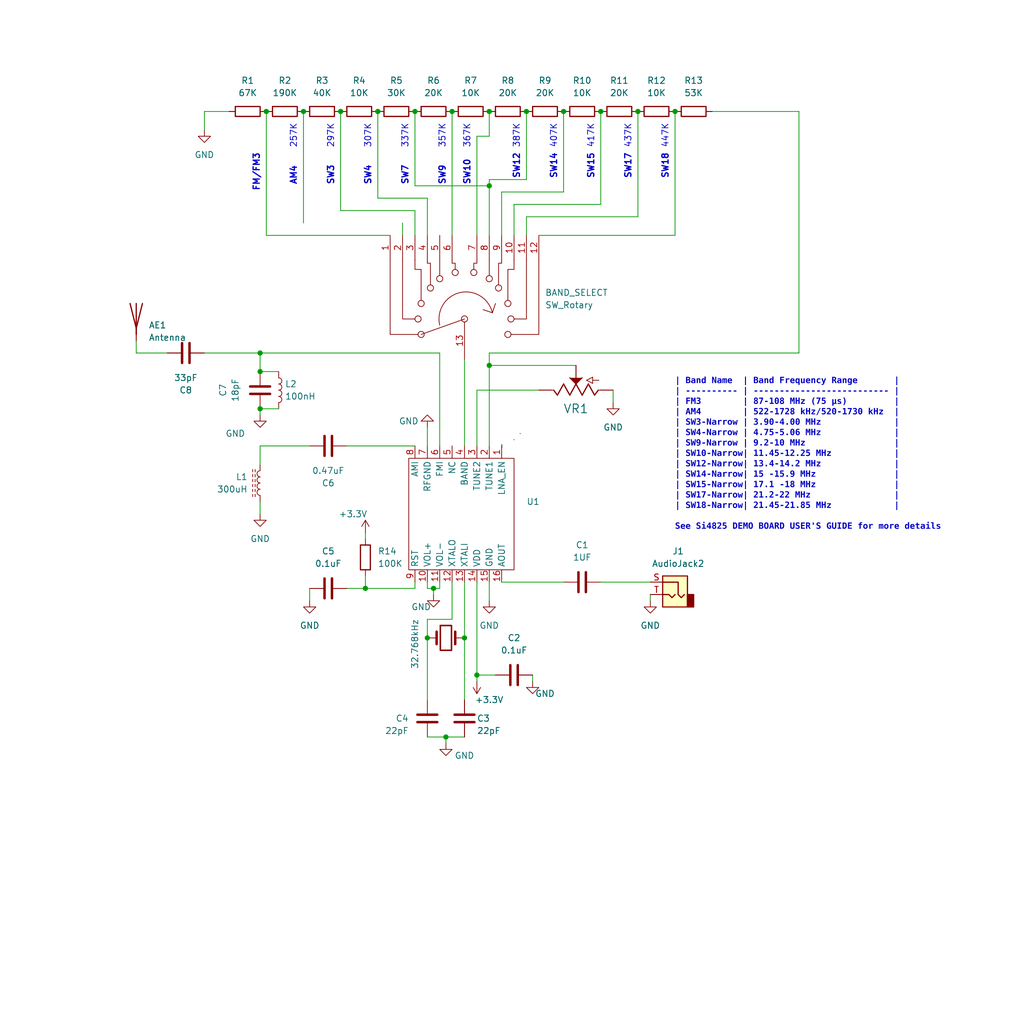
<source format=kicad_sch>
(kicad_sch (version 20230121) (generator eeschema)
  (paper "User" 210.007 210.007)
  (title_block (title "SI4825 basic setup") (rev "1.0") (company "Ricardo Lima Caratti"))
  (lib_symbols
    (symbol "Connector_Audio:AudioJack2"
      (property "Reference" "J" (at 0 8.89 0))
      (property "Value" "AudioJack2" (at 0 6.35 0))
      (symbol "AudioJack2_0_1"
        (rectangle (start -3.81 0) (end -2.54 -2.54) (stroke (width 0.254)) (fill (type outline)))
        (rectangle (start -2.54 3.81) (end 2.54 -2.54) (stroke (width 0.254)) (fill (type background)))
        (polyline (pts (xy 0 0) (xy 0.635 -0.635) (xy 1.27 0) (xy 2.54 0)) (stroke (width 0.254)))
        (polyline (pts (xy 2.54 2.54) (xy -0.635 2.54) (xy -0.635 0) (xy -1.27 -0.635) (xy -1.905 0)) (stroke (width 0.254)))
      )
      (symbol "AudioJack2_1_1"
        (pin passive line (at 5.08 2.54 180) (length 2.54) (name "~") (number "S"))
        (pin passive line (at 5.08 0 180) (length 2.54) (name "~") (number "T"))
      )
    )
    (symbol "Device:Antenna" (pin_numbers hide) (pin_names (offset 1.016) hide)
      (property "Reference" "AE" (at -1.905 1.905 0))
      (property "Value" "Antenna" (at -1.905 0 0))
      (symbol "Antenna_0_1"
        (polyline (pts (xy 0 2.54) (xy 0 -3.81)) (stroke (width 0.254)))
        (polyline (pts (xy 1.27 2.54) (xy 0 -2.54) (xy -1.27 2.54)) (stroke (width 0.254)))
      )
      (symbol "Antenna_1_1"
        (pin input line (at 0 -5.08 90) (length 2.54) (name "A") (number "1"))
      )
    )
    (symbol "Device:C" (pin_numbers hide) (pin_names (offset 0.254))
      (property "Reference" "C" (at 0.635 2.54 0))
      (property "Value" "C" (at 0.635 -2.54 0))
      (symbol "C_0_1"
        (polyline (pts (xy -2.032 -0.762) (xy 2.032 -0.762)) (stroke (width 0.508)))
        (polyline (pts (xy -2.032 0.762) (xy 2.032 0.762)) (stroke (width 0.508)))
      )
      (symbol "C_1_1"
        (pin passive line (at 0 3.81 270) (length 2.794) (name "~") (number "1"))
        (pin passive line (at 0 -3.81 90) (length 2.794) (name "~") (number "2"))
      )
    )
    (symbol "Device:Crystal" (pin_numbers hide) (pin_names (offset 1.016) hide)
      (property "Reference" "Y" (at 0 3.81 0))
      (property "Value" "Crystal" (at 0 -3.81 0))
      (symbol "Crystal_0_1"
        (rectangle (start -1.143 2.54) (end 1.143 -2.54) (stroke (width 0.3048)))
        (polyline (pts (xy -2.54 0) (xy -1.905 0)))
        (polyline (pts (xy -1.905 -1.27) (xy -1.905 1.27)) (stroke (width 0.508)))
        (polyline (pts (xy 1.905 -1.27) (xy 1.905 1.27)) (stroke (width 0.508)))
        (polyline (pts (xy 2.54 0) (xy 1.905 0)))
      )
      (symbol "Crystal_1_1"
        (pin passive line (at -3.81 0 0) (length 1.27) (name "1") (number "1"))
        (pin passive line (at 3.81 0 180) (length 1.27) (name "2") (number "2"))
      )
    )
    (symbol "Device:L" (pin_numbers hide) (pin_names (offset 1.016) hide)
      (property "Reference" "L" (at -1.27 0 90))
      (property "Value" "L" (at 1.905 0 90))
      (symbol "L_0_1"
        (arc (start 0 -2.54) (mid 0.6323 -1.905) (end 0 -1.27))
        (arc (start 0 -1.27) (mid 0.6323 -0.635) (end 0 0))
        (arc (start 0 0) (mid 0.6323 0.635) (end 0 1.27))
        (arc (start 0 1.27) (mid 0.6323 1.905) (end 0 2.54))
      )
      (symbol "L_1_1"
        (pin passive line (at 0 3.81 270) (length 1.27) (name "1") (number "1"))
        (pin passive line (at 0 -3.81 90) (length 1.27) (name "2") (number "2"))
      )
    )
    (symbol "Device:L_Ferrite" (pin_numbers hide) (pin_names (offset 1.016) hide)
      (property "Reference" "L" (at -1.27 0 90))
      (property "Value" "L_Ferrite" (at 2.794 0 90))
      (symbol "L_Ferrite_0_1"
        (arc (start 0 -2.54) (mid 0.6323 -1.905) (end 0 -1.27))
        (arc (start 0 -1.27) (mid 0.6323 -0.635) (end 0 0))
        (polyline (pts (xy 1.016 -2.794) (xy 1.016 -2.286)))
        (polyline (pts (xy 1.016 -1.778) (xy 1.016 -1.27)))
        (polyline (pts (xy 1.016 -0.762) (xy 1.016 -0.254)))
        (polyline (pts (xy 1.016 0.254) (xy 1.016 0.762)))
        (polyline (pts (xy 1.016 1.27) (xy 1.016 1.778)))
        (polyline (pts (xy 1.016 2.286) (xy 1.016 2.794)))
        (polyline (pts (xy 1.524 -2.286) (xy 1.524 -2.794)))
        (polyline (pts (xy 1.524 -1.27) (xy 1.524 -1.778)))
        (polyline (pts (xy 1.524 -0.254) (xy 1.524 -0.762)))
        (polyline (pts (xy 1.524 0.762) (xy 1.524 0.254)))
        (polyline (pts (xy 1.524 1.778) (xy 1.524 1.27)))
        (polyline (pts (xy 1.524 2.794) (xy 1.524 2.286)))
        (arc (start 0 0) (mid 0.6323 0.635) (end 0 1.27))
        (arc (start 0 1.27) (mid 0.6323 1.905) (end 0 2.54))
      )
      (symbol "L_Ferrite_1_1"
        (pin passive line (at 0 3.81 270) (length 1.27) (name "1") (number "1"))
        (pin passive line (at 0 -3.81 90) (length 1.27) (name "2") (number "2"))
      )
    )
    (symbol "Device:R" (pin_numbers hide) (pin_names (offset 0))
      (property "Reference" "R" (at 2.032 0 90))
      (property "Value" "R" (at 0 0 90))
      (symbol "R_0_1"
        (rectangle (start -1.016 -2.54) (end 1.016 2.54) (stroke (width 0.254)))
      )
      (symbol "R_1_1"
        (pin passive line (at 0 3.81 270) (length 1.27) (name "~") (number "1"))
        (pin passive line (at 0 -3.81 90) (length 1.27) (name "~") (number "2"))
      )
    )
    (symbol "SI4844:POTENTIOMETER-PTH-9MM-1/20W-20%"
      (property "Reference" "VR" (at 3.048 -0.254 90))
      (symbol "POTENTIOMETER-PTH-9MM-1/20W-20%_1_0"
        (polyline (pts (xy -1.016 -3.81) (xy 1.27 -2.54)) (stroke (width 0.254)))
        (polyline (pts (xy -1.016 -1.27) (xy 1.27 0)) (stroke (width 0.254)))
        (polyline (pts (xy -1.016 1.27) (xy 1.27 2.54)) (stroke (width 0.254)))
        (polyline (pts (xy -1.016 3.81) (xy 0 4.572)) (stroke (width 0.254)))
        (polyline (pts (xy 0 -5.08) (xy 0 -4.572)) (stroke (width 0.1524)))
        (polyline (pts (xy 0 -4.572) (xy -1.016 -3.81)) (stroke (width 0.254)))
        (polyline (pts (xy 0 4.572) (xy 0 5.08)) (stroke (width 0.1524)))
        (polyline (pts (xy 1.27 -2.54) (xy -1.016 -1.27)) (stroke (width 0.254)))
        (polyline (pts (xy 1.27 0) (xy -1.016 1.27)) (stroke (width 0.254)))
        (polyline (pts (xy 1.27 2.54) (xy -1.016 3.81)) (stroke (width 0.254)))
        (polyline (pts (xy 1.397 -3.429) (xy 2.032 -2.159)) (stroke (width 0.1524)))
        (polyline (pts (xy 2.032 -4.699) (xy 2.032 -3.429)) (stroke (width 0.1524)))
        (polyline (pts (xy 2.032 -3.429) (xy 1.397 -3.429)) (stroke (width 0.1524)))
        (polyline (pts (xy 2.032 -2.159) (xy 2.667 -3.429)) (stroke (width 0.1524)))
        (polyline (pts (xy 2.667 -3.429) (xy 2.032 -3.429)) (stroke (width 0.1524)))
        (polyline (pts (xy 2.54 -1.27) (xy 1.27 0) (xy 2.54 1.27)) (stroke (width 0.2032)) (fill (type outline)))
        (pin passive line (at 0 7.62 270) (length 2.54) (name "E") (number "P$1"))
        (pin passive line (at 5.08 0 180) (length 2.54) (name "S") (number "P$2"))
        (pin passive line (at 0 -7.62 90) (length 2.54) (name "A") (number "P$3"))
      )
    )
    (symbol "SI48XX:SI4825"
      (property "Reference" "U" (at 0 6.35 0))
      (symbol "SI4825_0_0"
        (pin bidirectional line (at 13.97 -8.89 180) (length 2.54) (name "XTALI") (number "13"))
        (pin power_in line (at 13.97 -6.35 180) (length 2.54) (name "VDD") (number "14"))
        (pin power_in line (at 13.97 -3.81 180) (length 2.54) (name "GND") (number "15"))
        (pin output line (at 13.97 -1.27 180) (length 2.54) (name "AOUT") (number "16"))
        (pin passive line (at -13.97 -3.81 0) (length 2.54) (name "TUNE1") (number "2"))
        (pin passive line (at -13.97 -6.35 0) (length 2.54) (name "TUNE2") (number "3"))
        (pin passive line (at -13.97 -8.89 0) (length 2.54) (name "BAND") (number "4"))
        (pin free line (at -13.97 -11.43 0) (length 2.54) (name "NC") (number "5"))
        (pin input line (at -13.97 -13.97 0) (length 2.54) (name "FMI") (number "6"))
        (pin passive line (at -13.97 -16.51 0) (length 2.54) (name "RFGND") (number "7"))
        (pin input line (at -13.97 -19.05 0) (length 2.54) (name "AMI") (number "8"))
        (pin output line (at 13.97 -19.05 180) (length 2.54) (name "RST") (number "9"))
      )
      (symbol "SI4825_0_1"
        (rectangle (start -16.51 2.54) (end -16.51 2.54))
        (rectangle (start -15.24 1.27) (end -15.24 1.27))
        (rectangle (start -15.24 1.27) (end -15.24 1.27))
      )
      (symbol "SI4825_1_0"
        (pin output line (at -13.97 -1.27 0) (length 2.54) (name "LNA_EN") (number "1"))
        (pin bidirectional line (at 13.97 -16.51 180) (length 2.54) (name "VOL+") (number "10"))
        (pin bidirectional line (at 13.97 -13.97 180) (length 2.54) (name "VOL-") (number "11"))
        (pin bidirectional line (at 13.97 -11.43 180) (length 2.54) (name "XTALO") (number "12"))
      )
      (symbol "SI4825_1_1"
        (rectangle (start -16.51 2.54) (end -16.51 2.54))
        (rectangle (start -11.43 1.27) (end 11.43 -20.32))
      )
    )
    (symbol "Switch:SW_Rotary12" (pin_names (offset 1.016) hide)
      (property "Reference" "SW" (at 0 17.78 0))
      (property "Value" "SW_Rotary12" (at 0 -17.78 0))
      (symbol "SW_Rotary12_0_0"
        (circle (center -10.16 -8.89) (radius 0.635))
        (circle (center -10.16 8.89) (radius 0.635))
        (circle (center -6.985 -9.525) (radius 0.635))
        (circle (center -6.985 0) (radius 0.635))
        (circle (center -6.985 9.525) (radius 0.635))
        (arc (start -5.715 -5.715) (mid -1.5995 0.937) (end -8.255 5.08))
        (circle (center -3.81 -8.89) (radius 0.635))
        (circle (center -3.81 8.89) (radius 0.635))
        (circle (center -0.635 -6.985) (radius 0.635))
        (circle (center -0.635 6.985) (radius 0.635))
        (polyline (pts (xy -6.985 0) (xy -10.16 8.89)))
        (polyline (pts (xy -5.715 -5.715) (xy -5.08 -3.81)))
        (polyline (pts (xy -5.715 -5.715) (xy -3.81 -6.35)))
        (polyline (pts (xy 1.905 -5.08) (xy 5.08 -5.08)))
        (polyline (pts (xy 1.905 5.08) (xy 5.08 5.08)))
        (polyline (pts (xy -10.16 -9.525) (xy -10.16 -15.24) (xy 5.08 -15.24)))
        (polyline (pts (xy -10.16 9.525) (xy -10.16 15.24) (xy 5.08 15.24)))
        (polyline (pts (xy -6.985 -10.16) (xy -6.985 -12.7) (xy 5.08 -12.7)))
        (polyline (pts (xy -6.985 10.16) (xy -6.985 12.7) (xy 5.08 12.7)))
        (polyline (pts (xy -3.175 -8.89) (xy 3.175 -8.89) (xy 3.175 -10.16) (xy 5.08 -10.16)))
        (polyline (pts (xy -3.175 8.89) (xy 3.175 8.89) (xy 3.175 10.16) (xy 5.08 10.16)))
        (polyline (pts (xy 0 -6.985) (xy 4.445 -6.985) (xy 4.445 -7.62) (xy 5.08 -7.62)))
        (polyline (pts (xy 0 6.985) (xy 4.445 6.985) (xy 4.445 7.62) (xy 5.08 7.62)))
        (polyline (pts (xy 3.175 -1.905) (xy 4.445 -1.905) (xy 4.445 -2.54) (xy 5.08 -2.54)))
        (polyline (pts (xy 3.175 1.905) (xy 4.445 1.905) (xy 4.445 2.54) (xy 5.08 2.54)))
        (circle (center 1.27 -5.08) (radius 0.635))
        (circle (center 1.27 5.08) (radius 0.635))
        (circle (center 2.54 -1.905) (radius 0.635))
        (circle (center 2.54 1.905) (radius 0.635))
      )
      (symbol "SW_Rotary12_0_1"
        (pin passive line (at 10.16 15.24 180) (length 5.08) (name "1") (number "1"))
        (pin passive line (at 10.16 -10.16 180) (length 5.08) (name "10") (number "10"))
        (pin passive line (at 10.16 -12.7 180) (length 5.08) (name "11") (number "11"))
        (pin passive line (at 10.16 -15.24 180) (length 5.08) (name "12") (number "12"))
        (pin passive line (at -15.24 0 0) (length 7.62) (name "13") (number "13"))
        (pin passive line (at 10.16 12.7 180) (length 5.08) (name "2") (number "2"))
        (pin passive line (at 10.16 10.16 180) (length 5.08) (name "3") (number "3"))
        (pin passive line (at 10.16 7.62 180) (length 5.08) (name "4") (number "4"))
        (pin passive line (at 10.16 5.08 180) (length 5.08) (name "5") (number "5"))
        (pin passive line (at 10.16 2.54 180) (length 5.08) (name "6") (number "6"))
        (pin passive line (at 10.16 -2.54 180) (length 5.08) (name "7") (number "7"))
        (pin passive line (at 10.16 -5.08 180) (length 5.08) (name "8") (number "8"))
        (pin passive line (at 10.16 -7.62 180) (length 5.08) (name "9") (number "9"))
      )
    )
    (symbol "power:+3.3V" (power) (pin_names (offset 0))
      (property "Value" "+3.3V" (at 0 3.556 0))
      (symbol "+3.3V_0_1"
        (polyline (pts (xy -0.762 1.27) (xy 0 2.54)))
        (polyline (pts (xy 0 0) (xy 0 2.54)))
        (polyline (pts (xy 0 2.54) (xy 0.762 1.27)))
      )
      (symbol "+3.3V_1_1"
        (pin power_in line (at 0 0 90) (length 0) hide (name "+3.3V") (number "1"))
      )
    )
    (symbol "power:GND" (power) (pin_names (offset 0))
      (property "Value" "GND" (at 0 -3.81 0))
      (symbol "GND_0_1"
        (polyline (pts (xy 0 0) (xy 0 -1.27) (xy 1.27 -1.27) (xy 0 -2.54) (xy -1.27 -1.27) (xy 0 -1.27)))
      )
      (symbol "GND_1_1"
        (pin power_in line (at 0 0 270) (length 0) hide (name "GND") (number "1"))
      )
    )
  )
  (junction (at 88.9 120.65))
  (junction (at 130.81 22.86))
  (junction (at 85.09 22.86))
  (junction (at 100.33 22.86))
  (junction (at 100.33 74.93))
  (junction (at 115.57 22.86))
  (junction (at 95.25 130.81))
  (junction (at 53.34 72.39))
  (junction (at 53.34 76.2))
  (junction (at 69.85 22.86))
  (junction (at 87.63 130.81))
  (junction (at 54.61 22.86))
  (junction (at 91.44 151.13))
  (junction (at 123.19 22.86))
  (junction (at 138.43 22.86))
  (junction (at 97.79 138.43))
  (junction (at 62.23 22.86))
  (junction (at 74.93 120.65))
  (junction (at 53.34 83.82))
  (junction (at 107.95 22.86))
  (junction (at 77.47 22.86))
  (junction (at 100.33 38.1))
  (junction (at 92.71 22.86))
  (wire (pts (xy 53.34 76.2) (xy 57.15 76.2)))
  (wire (pts (xy 85.09 38.1) (xy 100.33 38.1)))
  (wire (pts (xy 87.63 120.65) (xy 88.9 120.65)))
  (wire (pts (xy 41.91 72.39) (xy 53.34 72.39)))
  (wire (pts (xy 88.9 120.65) (xy 90.17 120.65)))
  (wire (pts (xy 71.12 120.65) (xy 74.93 120.65)))
  (wire (pts (xy 97.79 80.01) (xy 97.79 91.44)))
  (wire (pts (xy 130.81 44.45) (xy 130.81 22.86)))
  (wire (pts (xy 85.09 48.26) (xy 85.09 43.18)))
  (wire (pts (xy 69.85 22.86) (xy 69.85 43.18)))
  (wire (pts (xy 107.95 44.45) (xy 130.81 44.45)))
  (wire (pts (xy 85.09 119.38) (xy 85.09 120.65)))
  (wire (pts (xy 97.79 27.94) (xy 100.33 27.94)))
  (wire (pts (xy 110.49 80.01) (xy 97.79 80.01)))
  (wire (pts (xy 105.41 41.91) (xy 123.19 41.91)))
  (wire (pts (xy 91.44 151.13) (xy 95.25 151.13)))
  (wire (pts (xy 100.33 48.26) (xy 100.33 38.1)))
  (wire (pts (xy 63.5 91.44) (xy 53.34 91.44)))
  (wire (pts (xy 100.33 119.38) (xy 100.33 123.19)))
  (wire (pts (xy 53.34 83.82) (xy 53.34 85.09)))
  (wire (pts (xy 85.09 43.18) (xy 69.85 43.18)))
  (wire (pts (xy 100.33 74.93) (xy 100.33 91.44)))
  (wire (pts (xy 133.35 121.92) (xy 133.35 123.19)))
  (wire (pts (xy 53.34 102.87) (xy 53.34 105.41)))
  (wire (pts (xy 87.63 127) (xy 92.71 127)))
  (wire (pts (xy 110.49 48.26) (xy 138.43 48.26)))
  (wire (pts (xy 90.17 119.38) (xy 90.17 120.65)))
  (wire (pts (xy 107.95 48.26) (xy 107.95 44.45)))
  (wire (pts (xy 97.79 48.26) (xy 97.79 27.94)))
  (wire (pts (xy 97.79 138.43) (xy 97.79 139.7)))
  (wire (pts (xy 100.33 74.93) (xy 118.11 74.93)))
  (wire (pts (xy 92.71 119.38) (xy 92.71 127)))
  (wire (pts (xy 74.93 109.22) (xy 74.93 110.49)))
  (wire (pts (xy 54.61 22.86) (xy 54.61 48.26)))
  (wire (pts (xy 123.19 119.38) (xy 133.35 119.38)))
  (wire (pts (xy 77.47 40.64) (xy 77.47 22.86)))
  (wire (pts (xy 53.34 72.39) (xy 90.17 72.39)))
  (wire (pts (xy 100.33 36.83) (xy 107.95 36.83)))
  (wire (pts (xy 53.34 83.82) (xy 57.15 83.82)))
  (wire (pts (xy 95.25 130.81) (xy 95.25 143.51)))
  (wire (pts (xy 87.63 87.63) (xy 87.63 91.44)))
  (wire (pts (xy 87.63 119.38) (xy 87.63 120.65)))
  (wire (pts (xy 53.34 72.39) (xy 53.34 76.2)))
  (wire (pts (xy 53.34 91.44) (xy 53.34 95.25)))
  (wire (pts (xy 115.57 22.86) (xy 115.57 39.37)))
  (wire (pts (xy 74.93 118.11) (xy 74.93 120.65)))
  (wire (pts (xy 125.73 80.01) (xy 125.73 82.55)))
  (wire (pts (xy 100.33 38.1) (xy 100.33 36.83)))
  (wire (pts (xy 92.71 22.86) (xy 92.71 48.26)))
  (wire (pts (xy 95.25 119.38) (xy 95.25 130.81)))
  (wire (pts (xy 97.79 138.43) (xy 101.6 138.43)))
  (wire (pts (xy 27.94 72.39) (xy 27.94 69.85)))
  (wire (pts (xy 107.95 22.86) (xy 107.95 36.83)))
  (wire (pts (xy 88.9 120.65) (xy 88.9 121.92)))
  (wire (pts (xy 87.63 151.13) (xy 91.44 151.13)))
  (wire (pts (xy 100.33 27.94) (xy 100.33 22.86)))
  (wire (pts (xy 102.87 39.37) (xy 115.57 39.37)))
  (wire (pts (xy 71.12 91.44) (xy 85.09 91.44)))
  (wire (pts (xy 82.55 48.26) (xy 82.55 45.72)))
  (wire (pts (xy 74.93 120.65) (xy 85.09 120.65)))
  (wire (pts (xy 87.63 48.26) (xy 87.63 40.64)))
  (wire (pts (xy 163.83 22.86) (xy 163.83 72.39)))
  (wire (pts (xy 87.63 130.81) (xy 87.63 127)))
  (wire (pts (xy 138.43 22.86) (xy 138.43 48.26)))
  (wire (pts (xy 100.33 72.39) (xy 163.83 72.39)))
  (wire (pts (xy 63.5 120.65) (xy 63.5 123.19)))
  (wire (pts (xy 41.91 22.86) (xy 41.91 26.67)))
  (wire (pts (xy 46.99 22.86) (xy 41.91 22.86)))
  (wire (pts (xy 80.01 48.26) (xy 54.61 48.26)))
  (wire (pts (xy 102.87 119.38) (xy 115.57 119.38)))
  (wire (pts (xy 100.33 74.93) (xy 100.33 72.39)))
  (wire (pts (xy 27.94 72.39) (xy 34.29 72.39)))
  (wire (pts (xy 95.25 73.66) (xy 95.25 91.44)))
  (wire (pts (xy 87.63 40.64) (xy 77.47 40.64)))
  (wire (pts (xy 105.41 48.26) (xy 105.41 41.91)))
  (wire (pts (xy 85.09 38.1) (xy 85.09 22.86)))
  (wire (pts (xy 62.23 22.86) (xy 62.23 45.72)))
  (wire (pts (xy 102.87 39.37) (xy 102.87 48.26)))
  (wire (pts (xy 123.19 22.86) (xy 123.19 41.91)))
  (wire (pts (xy 146.05 22.86) (xy 163.83 22.86)))
  (wire (pts (xy 109.22 138.43) (xy 109.22 139.7)))
  (wire (pts (xy 87.63 130.81) (xy 87.63 143.51)))
  (wire (pts (xy 90.17 72.39) (xy 90.17 91.44)))
  (wire (pts (xy 97.79 119.38) (xy 97.79 138.43)))
  (wire (pts (xy 91.44 151.13) (xy 91.44 152.4)))
  (text "SW7" (at 83.82 38.1 90) (effects (font (size 1.27 1.27) (thickness 0.254) bold) (justify left bottom)))
  (text "447K" (at 137.16 30.48 90) (effects (font (size 1.27 1.27)) (justify left bottom)))
  (text "437K" (at 129.54 30.48 90) (effects (font (size 1.27 1.27)) (justify left bottom)))
  (text "367K" (at 96.52 30.48 90) (effects (font (size 1.27 1.27)) (justify left bottom)))
  (text "337K" (at 83.82 30.48 90) (effects (font (size 1.27 1.27)) (justify left bottom)))
  (text "SW15" (at 121.92 36.83 90) (effects (font (size 1.27 1.27) (thickness 0.254) bold) (justify left bottom)))
  (text "SW12" (at 106.68 36.83 90) (effects (font (size 1.27 1.27) (thickness 0.254) bold) (justify left bottom)))
  (text "417K" (at 121.92 30.48 90) (effects (font (size 1.27 1.27)) (justify left bottom)))
  (text "SW9" (at 91.44 38.1 90) (effects (font (size 1.27 1.27) (thickness 0.254) bold) (justify left bottom)))
  (text "SW18" (at 137.16 36.83 90) (effects (font (size 1.27 1.27) (thickness 0.254) bold) (justify left bottom)))
  (text "AM4" (at 60.96 38.1 90) (effects (font (size 1.27 1.27) (thickness 0.254) bold) (justify left bottom)))
  (text "297K" (at 68.58 30.48 90) (effects (font (size 1.27 1.27)) (justify left bottom)))
  (text "357K" (at 91.44 30.48 90) (effects (font (size 1.27 1.27)) (justify left bottom)))
  (text "407K" (at 114.3 30.48 90) (effects (font (size 1.27 1.27)) (justify left bottom)))
  (text "SW4" (at 76.2 38.1 90) (effects (font (size 1.27 1.27) (thickness 0.254) bold) (justify left bottom)))
  (text "307K" (at 76.2 30.48 90) (effects (font (size 1.27 1.27)) (justify left bottom)))
  (text "| Band Name  | Band Frequency Range       |\n| ---------- | -------------------------- |\n| FM3        | 87-108 MHz (75 µs)         | \n| AM4        | 522-1728 kHz/520-1730 kHz  |\n| SW3-Narrow | 3.90-4.00 MHz              |\n| SW4-Narrow | 4.75-5.06 MHz              |\n| SW9-Narrow | 9.2-10 MHz                 |\n| SW10-Narrow| 11.45-12.25 MHz            | \n| SW12-Narrow| 13.4-14.2 MHz              |\n| SW14-Narrow| 15 -15.9 MHz               |\n| SW15-Narrow| 17.1 -18 MHz               |\n| SW17-Narrow| 21.2-22 MHz                |\n| SW18-Narrow| 21.45-21.85 MHz            |\n\nSee Si4825 DEMO BOARD USER'S GUIDE for more details" (at 138.43 109.22 0) (effects (font (size 1.27 1.27) (thickness 0.254) bold) (justify left bottom)))
  (text "387K" (at 106.68 30.48 90) (effects (font (size 1.27 1.27)) (justify left bottom)))
  (text "SW17" (at 129.54 36.83 90) (effects (font (size 1.27 1.27) (thickness 0.254) bold) (justify left bottom)))
  (text "257K" (at 60.96 30.48 90) (effects (font (size 1.27 1.27)) (justify left bottom)))
  (text "SW14" (at 114.3 36.83 90) (effects (font (size 1.27 1.27) (thickness 0.254) bold) (justify left bottom)))
  (text "FM/FM3" (at 53.34 39.37 90) (effects (font (size 1.27 1.27) (thickness 0.254) bold) (justify left bottom)))
  (text "SW3" (at 68.58 38.1 90) (effects (font (size 1.27 1.27) (thickness 0.254) bold) (justify left bottom)))
  (text "SW10" (at 96.52 38.1 90) (effects (font (size 1.27 1.27) (thickness 0.254) bold) (justify left bottom)))
  (symbol (lib_id "power:GND") (at 53.34 105.41 0) (unit 1)
    (property "Reference" "#PWR011" (effects hide))
    (property "Value" "GND" (at 53.34 110.49 0))
  )
  (symbol (lib_id "power:GND") (at 133.35 123.19 0) (unit 1)
    (property "Reference" "#PWR03" (effects hide))
    (property "Value" "GND" (at 133.35 128.27 0))
  )
  (symbol (lib_id "power:GND") (at 87.63 87.63 180) (unit 1)
    (property "Reference" "#PWR012" (effects hide))
    (property "Value" "GND" (at 83.82 86.36 0))
  )
  (symbol (lib_id "Device:R") (at 73.66 22.86 270) (unit 1)
    (property "Reference" "R4" (at 73.66 16.51 90))
    (property "Value" "10K" (at 73.66 19.05 90))
  )
  (symbol (lib_id "power:GND") (at 125.73 82.55 0) (unit 1)
    (property "Reference" "#PWR02" (effects hide))
    (property "Value" "GND" (at 125.73 87.63 0))
  )
  (symbol (lib_id "Device:R") (at 104.14 22.86 270) (unit 1)
    (property "Reference" "R8" (at 104.14 16.51 90))
    (property "Value" "20K" (at 104.14 19.05 90))
  )
  (symbol (lib_id "power:GND") (at 53.34 85.09 0) (unit 1)
    (property "Reference" "#PWR013" (effects hide))
    (property "Value" "GND" (at 48.26 88.9 0))
  )
  (symbol (lib_id "Device:R") (at 119.38 22.86 270) (unit 1)
    (property "Reference" "R10" (at 119.38 16.51 90))
    (property "Value" "10K" (at 119.38 19.05 90))
  )
  (symbol (lib_id "Device:Antenna") (at 27.94 64.77 0) (unit 1)
    (property "Reference" "AE1" (at 30.48 66.675 0) (effects (justify left)))
    (property "Value" "Antenna" (at 30.48 69.215 0) (effects (justify left)))
  )
  (symbol (lib_id "Connector_Audio:AudioJack2") (at 138.43 121.92 0) (mirror y) (unit 1)
    (property "Reference" "J1" (at 139.065 113.03 0))
    (property "Value" "AudioJack2" (at 139.065 115.57 0))
  )
  (symbol (lib_id "Device:C") (at 95.25 147.32 0) (unit 1)
    (property "Reference" "C3" (at 97.79 147.32 0) (effects (justify left)))
    (property "Value" "22pF" (at 97.79 149.86 0) (effects (justify left)))
  )
  (symbol (lib_id "Device:R") (at 74.93 114.3 0) (unit 1)
    (property "Reference" "R14" (at 77.47 113.03 0) (effects (justify left)))
    (property "Value" "100K" (at 77.47 115.57 0) (effects (justify left)))
  )
  (symbol (lib_id "Device:R") (at 111.76 22.86 270) (unit 1)
    (property "Reference" "R9" (at 111.76 16.51 90))
    (property "Value" "20K" (at 111.76 19.05 90))
  )
  (symbol (lib_id "Device:Crystal") (at 91.44 130.81 0) (mirror y) (unit 1)
    (property "Reference" "Y1" (effects hide))
    (property "Value" "32.768kHz" (at 85.09 132.08 90))
  )
  (symbol (lib_id "Device:R") (at 66.04 22.86 270) (unit 1)
    (property "Reference" "R3" (at 66.04 16.51 90))
    (property "Value" "40K" (at 66.04 19.05 90))
  )
  (symbol (lib_id "Device:R") (at 88.9 22.86 270) (unit 1)
    (property "Reference" "R6" (at 88.9 16.51 90))
    (property "Value" "20K" (at 88.9 19.05 90))
  )
  (symbol (lib_id "Device:C") (at 67.31 91.44 270) (mirror x) (unit 1)
    (property "Reference" "C6" (at 67.31 99.06 90))
    (property "Value" "0.47uF" (at 67.31 96.52 90))
  )
  (symbol (lib_id "Device:C") (at 67.31 120.65 270) (unit 1)
    (property "Reference" "C5" (at 67.31 113.03 90))
    (property "Value" "0.1uF" (at 67.31 115.57 90))
  )
  (symbol (lib_id "Device:L_Ferrite") (at 53.34 99.06 0) (mirror y) (unit 1)
    (property "Reference" "L1" (at 50.8 97.79 0) (effects (justify left)))
    (property "Value" "300uH" (at 50.8 100.33 0) (effects (justify left)))
  )
  (symbol (lib_id "Device:C") (at 105.41 138.43 270) (unit 1)
    (property "Reference" "C2" (at 105.41 130.81 90))
    (property "Value" "0.1uF" (at 105.41 133.35 90))
  )
  (symbol (lib_id "SI4844:POTENTIOMETER-PTH-9MM-1/20W-20%") (at 118.11 80.01 90) (unit 1)
    (property "Reference" "VR1" (at 118.11 83.82 90) (effects (font (size 1.778 1.778))))
    (property "Value" "100K" (effects hide))
    (property "Footprint" "SI4844_01:POT-PTH-ALPS" (effects hide))
  )
  (symbol (lib_id "Device:C") (at 119.38 119.38 270) (unit 1)
    (property "Reference" "C1" (at 119.38 111.76 90))
    (property "Value" "1UF" (at 119.38 114.3 90))
  )
  (symbol (lib_id "Device:R") (at 50.8 22.86 270) (unit 1)
    (property "Reference" "R1" (at 50.8 16.51 90))
    (property "Value" "67K" (at 50.8 19.05 90))
  )
  (symbol (lib_id "power:+3.3V") (at 97.79 139.7 180) (unit 1)
    (property "Reference" "#PWR05" (effects hide))
    (property "Value" "+3.3V" (at 100.33 143.51 0))
  )
  (symbol (lib_id "Device:C") (at 38.1 72.39 270) (mirror x) (unit 1)
    (property "Reference" "C8" (at 38.1 80.01 90))
    (property "Value" "33pF" (at 38.1 77.47 90))
  )
  (symbol (lib_id "power:GND") (at 63.5 123.19 0) (unit 1)
    (property "Reference" "#PWR08" (effects hide))
    (property "Value" "GND" (at 63.5 128.27 0))
  )
  (symbol (lib_id "power:+3.3V") (at 74.93 109.22 0) (unit 1)
    (property "Reference" "#PWR09" (effects hide))
    (property "Value" "+3.3V" (at 72.39 105.41 0))
  )
  (symbol (lib_id "Switch:SW_Rotary12") (at 95.25 58.42 90) (unit 1)
    (property "Reference" "BAND_SELECT" (at 111.76 60.0075 90) (effects (justify right)))
    (property "Value" "SW_Rotary" (at 111.76 62.5475 90) (effects (justify right)))
    (property "Datasheet" "http://cdn-reichelt.de/documents/datenblatt/C200/DS-Serie%23LOR.pdf" (effects hide))
  )
  (symbol (lib_id "power:GND") (at 109.22 139.7 0) (unit 1)
    (property "Reference" "#PWR06" (effects hide))
    (property "Value" "GND" (at 111.76 142.24 0))
  )
  (symbol (lib_id "Device:L") (at 57.15 80.01 0) (unit 1)
    (property "Reference" "L2" (at 58.42 78.74 0) (effects (justify left)))
    (property "Value" "100nH" (at 58.42 81.28 0) (effects (justify left)))
  )
  (symbol (lib_id "Device:R") (at 127 22.86 270) (unit 1)
    (property "Reference" "R11" (at 127 16.51 90))
    (property "Value" "20K" (at 127 19.05 90))
  )
  (symbol (lib_id "Device:R") (at 58.42 22.86 270) (unit 1)
    (property "Reference" "R2" (at 58.42 16.51 90))
    (property "Value" "190K" (at 58.42 19.05 90))
  )
  (symbol (lib_id "Device:C") (at 53.34 80.01 0) (mirror x) (unit 1)
    (property "Reference" "C7" (at 45.72 80.01 90))
    (property "Value" "18pF" (at 48.26 80.01 90))
  )
  (symbol (lib_id "Device:R") (at 81.28 22.86 270) (unit 1)
    (property "Reference" "R5" (at 81.28 16.51 90))
    (property "Value" "30K" (at 81.28 19.05 90))
  )
  (symbol (lib_id "power:GND") (at 88.9 121.92 0) (unit 1)
    (property "Reference" "#PWR010" (effects hide))
    (property "Value" "GND" (at 86.36 124.46 0))
  )
  (symbol (lib_id "power:GND") (at 100.33 123.19 0) (unit 1)
    (property "Reference" "#PWR04" (effects hide))
    (property "Value" "GND" (at 100.33 128.27 0))
  )
  (symbol (lib_id "power:GND") (at 91.44 152.4 0) (unit 1)
    (property "Reference" "#PWR07" (effects hide))
    (property "Value" "GND" (at 95.25 154.94 0))
  )
  (symbol (lib_id "SI48XX:SI4825") (at 104.14 105.41 270) (unit 1)
    (property "Reference" "U1" (at 107.95 102.87 90) (effects (justify left)))
    (property "Value" "~" (at 102.87 91.44 0))
    (property "Footprint" "SI48XX:SI4825" (effects hide))
  )
  (symbol (lib_id "Device:R") (at 134.62 22.86 270) (unit 1)
    (property "Reference" "R12" (at 134.62 16.51 90))
    (property "Value" "10K" (at 134.62 19.05 90))
  )
  (symbol (lib_id "Device:R") (at 96.52 22.86 270) (unit 1)
    (property "Reference" "R7" (at 96.52 16.51 90))
    (property "Value" "10K" (at 96.52 19.05 90))
  )
  (symbol (lib_id "Device:R") (at 142.24 22.86 270) (unit 1)
    (property "Reference" "R13" (at 142.24 16.51 90))
    (property "Value" "53K" (at 142.24 19.05 90))
  )
  (symbol (lib_id "power:GND") (at 41.91 26.67 0) (unit 1)
    (property "Reference" "#PWR01" (effects hide))
    (property "Value" "GND" (at 41.91 31.75 0))
  )
  (symbol (lib_id "Device:C") (at 87.63 147.32 0) (mirror y) (unit 1)
    (property "Reference" "C4" (at 83.82 147.32 0) (effects (justify left)))
    (property "Value" "22pF" (at 83.82 149.86 0) (effects (justify left)))
  )
)
</source>
